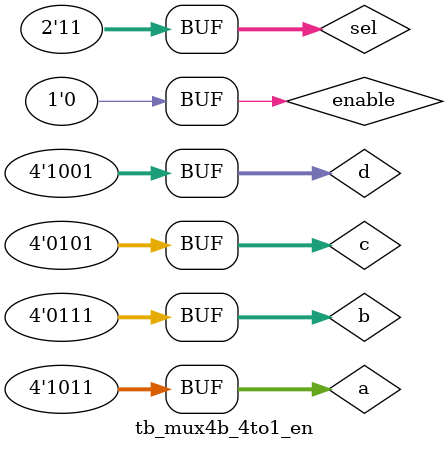
<source format=v>
module tb_mux4b_4to1_en();
	reg [3:0] a, b, c, d;
	reg [1:0] sel;
	reg enable;
	wire [3:0] out;
	
	mux_4b_4to1_en U0 (a, b, c, d, sel, enable, out);
	
	initial begin
				a = 4'b0001; b = 4'b0010; c = 4'b0100; d = 4'b1000;
		#20	a = 4'b0010; b = 4'b0011; c = 4'b0101; d = 4'b1110;
		#20	a = 4'b1101; b = 4'b1000; c = 4'b1110; d = 4'b1001;
		#20	a = 4'b1111; b = 4'b1010; c = 4'b0110; d = 4'b1111;
		#20	a = 4'b0011; b = 4'b1110; c = 4'b0101; d = 4'b1010;
		#20	a = 4'b1001; b = 4'b0011; c = 4'b1100; d = 4'b1110;
		#20	a = 4'b1011; b = 4'b0111; c = 4'b0101; d = 4'b1001;
	end
	
	initial begin
			sel = 2'b00;
	#20	sel = 2'b01;
	#30	sel = 2'b10;
	#40	sel = 2'b11;
	end
	
	initial begin
			enable = 1'b1;
	#10	enable = 1'b0;
	end
endmodule
</source>
